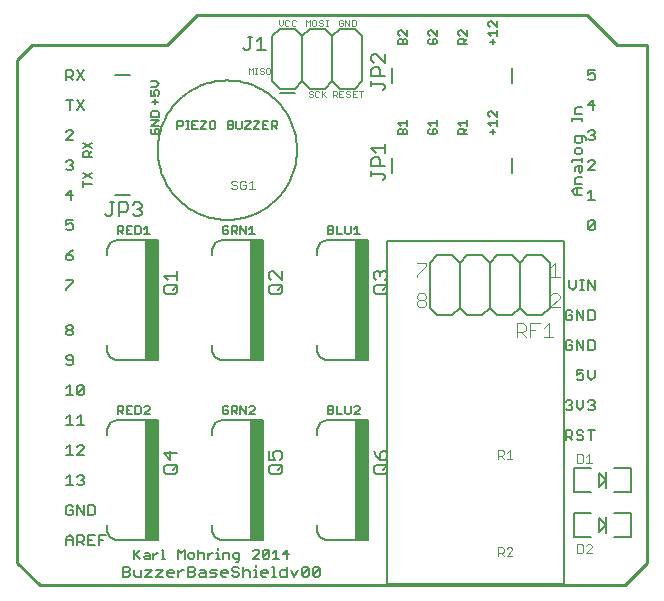
<source format=gto>
G75*
%MOIN*%
%OFA0B0*%
%FSLAX24Y24*%
%IPPOS*%
%LPD*%
%AMOC8*
5,1,8,0,0,1.08239X$1,22.5*
%
%ADD10C,0.0100*%
%ADD11C,0.0060*%
%ADD12C,0.0050*%
%ADD13C,0.0040*%
%ADD14C,0.0080*%
%ADD15R,0.0400X0.4000*%
%ADD16C,0.0030*%
D10*
X009083Y010752D02*
X028583Y010752D01*
X029333Y011502D01*
X029333Y028752D01*
X028333Y028752D01*
X027333Y029752D01*
X014333Y029752D01*
X013333Y028752D01*
X008833Y028752D01*
X008333Y028252D01*
X008333Y011502D01*
X009083Y010752D01*
D11*
X009963Y012082D02*
X009963Y012309D01*
X010077Y012423D01*
X010190Y012309D01*
X010190Y012082D01*
X010332Y012082D02*
X010332Y012423D01*
X010502Y012423D01*
X010559Y012366D01*
X010559Y012253D01*
X010502Y012196D01*
X010332Y012196D01*
X010445Y012196D02*
X010559Y012082D01*
X010700Y012082D02*
X010927Y012082D01*
X011068Y012082D02*
X011068Y012423D01*
X011295Y012423D01*
X011182Y012253D02*
X011068Y012253D01*
X010927Y012423D02*
X010700Y012423D01*
X010700Y012082D01*
X010700Y012253D02*
X010813Y012253D01*
X010870Y013082D02*
X010700Y013082D01*
X010700Y013423D01*
X010870Y013423D01*
X010927Y013366D01*
X010927Y013139D01*
X010870Y013082D01*
X010559Y013082D02*
X010559Y013423D01*
X010332Y013423D02*
X010559Y013082D01*
X010332Y013082D02*
X010332Y013423D01*
X010190Y013366D02*
X010133Y013423D01*
X010020Y013423D01*
X009963Y013366D01*
X009963Y013139D01*
X010020Y013082D01*
X010133Y013082D01*
X010190Y013139D01*
X010190Y013253D01*
X010077Y013253D01*
X010077Y014082D02*
X010077Y014423D01*
X009963Y014309D01*
X009963Y014082D02*
X010190Y014082D01*
X010332Y014139D02*
X010388Y014082D01*
X010502Y014082D01*
X010559Y014139D01*
X010559Y014196D01*
X010502Y014253D01*
X010445Y014253D01*
X010502Y014253D02*
X010559Y014309D01*
X010559Y014366D01*
X010502Y014423D01*
X010388Y014423D01*
X010332Y014366D01*
X010332Y015082D02*
X010559Y015309D01*
X010559Y015366D01*
X010502Y015423D01*
X010388Y015423D01*
X010332Y015366D01*
X010077Y015423D02*
X010077Y015082D01*
X010190Y015082D02*
X009963Y015082D01*
X009963Y015309D02*
X010077Y015423D01*
X010332Y015082D02*
X010559Y015082D01*
X010559Y016082D02*
X010332Y016082D01*
X010445Y016082D02*
X010445Y016423D01*
X010332Y016309D01*
X010190Y016082D02*
X009963Y016082D01*
X010077Y016082D02*
X010077Y016423D01*
X009963Y016309D01*
X009963Y017082D02*
X010190Y017082D01*
X010077Y017082D02*
X010077Y017423D01*
X009963Y017309D01*
X010332Y017366D02*
X010332Y017139D01*
X010559Y017366D01*
X010559Y017139D01*
X010502Y017082D01*
X010388Y017082D01*
X010332Y017139D01*
X010332Y017366D02*
X010388Y017423D01*
X010502Y017423D01*
X010559Y017366D01*
X010133Y018082D02*
X010190Y018139D01*
X010190Y018366D01*
X010133Y018423D01*
X010020Y018423D01*
X009963Y018366D01*
X009963Y018309D01*
X010020Y018253D01*
X010190Y018253D01*
X010133Y018082D02*
X010020Y018082D01*
X009963Y018139D01*
X010020Y019082D02*
X009963Y019139D01*
X009963Y019196D01*
X010020Y019253D01*
X010133Y019253D01*
X010190Y019196D01*
X010190Y019139D01*
X010133Y019082D01*
X010020Y019082D01*
X010020Y019253D02*
X009963Y019309D01*
X009963Y019366D01*
X010020Y019423D01*
X010133Y019423D01*
X010190Y019366D01*
X010190Y019309D01*
X010133Y019253D01*
X009963Y020582D02*
X009963Y020639D01*
X010190Y020866D01*
X010190Y020923D01*
X009963Y020923D01*
X010020Y021582D02*
X010133Y021582D01*
X010190Y021639D01*
X010190Y021696D01*
X010133Y021753D01*
X009963Y021753D01*
X009963Y021639D01*
X010020Y021582D01*
X009963Y021753D02*
X010077Y021866D01*
X010190Y021923D01*
X010133Y022582D02*
X010020Y022582D01*
X009963Y022639D01*
X009963Y022753D02*
X010077Y022809D01*
X010133Y022809D01*
X010190Y022753D01*
X010190Y022639D01*
X010133Y022582D01*
X009963Y022753D02*
X009963Y022923D01*
X010190Y022923D01*
X010133Y023582D02*
X010133Y023923D01*
X009963Y023753D01*
X010190Y023753D01*
X010133Y024582D02*
X010020Y024582D01*
X009963Y024639D01*
X010077Y024753D02*
X010133Y024753D01*
X010190Y024696D01*
X010190Y024639D01*
X010133Y024582D01*
X010133Y024753D02*
X010190Y024809D01*
X010190Y024866D01*
X010133Y024923D01*
X010020Y024923D01*
X009963Y024866D01*
X009963Y025582D02*
X010190Y025809D01*
X010190Y025866D01*
X010133Y025923D01*
X010020Y025923D01*
X009963Y025866D01*
X009963Y025582D02*
X010190Y025582D01*
X010077Y026582D02*
X010077Y026923D01*
X010190Y026923D02*
X009963Y026923D01*
X010332Y026923D02*
X010559Y026582D01*
X010332Y026582D02*
X010559Y026923D01*
X010559Y027582D02*
X010332Y027923D01*
X010190Y027866D02*
X010190Y027753D01*
X010133Y027696D01*
X009963Y027696D01*
X009963Y027582D02*
X009963Y027923D01*
X010133Y027923D01*
X010190Y027866D01*
X010077Y027696D02*
X010190Y027582D01*
X010332Y027582D02*
X010559Y027923D01*
X010190Y012253D02*
X009963Y012253D01*
X011863Y011373D02*
X011863Y011032D01*
X012033Y011032D01*
X012090Y011089D01*
X012090Y011146D01*
X012033Y011203D01*
X011863Y011203D01*
X011863Y011373D02*
X012033Y011373D01*
X012090Y011316D01*
X012090Y011259D01*
X012033Y011203D01*
X012232Y011259D02*
X012232Y011089D01*
X012288Y011032D01*
X012459Y011032D01*
X012459Y011259D01*
X012600Y011259D02*
X012827Y011259D01*
X012600Y011032D01*
X012827Y011032D01*
X012968Y011032D02*
X013195Y011032D01*
X013337Y011089D02*
X013337Y011203D01*
X013393Y011259D01*
X013507Y011259D01*
X013563Y011203D01*
X013563Y011146D01*
X013337Y011146D01*
X013337Y011089D02*
X013393Y011032D01*
X013507Y011032D01*
X013705Y011032D02*
X013705Y011259D01*
X013705Y011146D02*
X013818Y011259D01*
X013875Y011259D01*
X014012Y011203D02*
X014182Y011203D01*
X014239Y011146D01*
X014239Y011089D01*
X014182Y011032D01*
X014012Y011032D01*
X014012Y011373D01*
X014182Y011373D01*
X014239Y011316D01*
X014239Y011259D01*
X014182Y011203D01*
X014380Y011089D02*
X014437Y011146D01*
X014607Y011146D01*
X014607Y011203D02*
X014607Y011032D01*
X014437Y011032D01*
X014380Y011089D01*
X014437Y011259D02*
X014550Y011259D01*
X014607Y011203D01*
X014748Y011203D02*
X014805Y011259D01*
X014975Y011259D01*
X014919Y011146D02*
X014805Y011146D01*
X014748Y011203D01*
X014748Y011032D02*
X014919Y011032D01*
X014975Y011089D01*
X014919Y011146D01*
X015117Y011146D02*
X015344Y011146D01*
X015344Y011203D01*
X015287Y011259D01*
X015173Y011259D01*
X015117Y011203D01*
X015117Y011089D01*
X015173Y011032D01*
X015287Y011032D01*
X015485Y011089D02*
X015542Y011032D01*
X015655Y011032D01*
X015712Y011089D01*
X015712Y011146D01*
X015655Y011203D01*
X015542Y011203D01*
X015485Y011259D01*
X015485Y011316D01*
X015542Y011373D01*
X015655Y011373D01*
X015712Y011316D01*
X015853Y011373D02*
X015853Y011032D01*
X015853Y011203D02*
X015910Y011259D01*
X016024Y011259D01*
X016080Y011203D01*
X016080Y011032D01*
X016222Y011032D02*
X016335Y011032D01*
X016278Y011032D02*
X016278Y011259D01*
X016222Y011259D01*
X016278Y011373D02*
X016278Y011429D01*
X016467Y011203D02*
X016524Y011259D01*
X016637Y011259D01*
X016694Y011203D01*
X016694Y011146D01*
X016467Y011146D01*
X016467Y011089D02*
X016467Y011203D01*
X016467Y011089D02*
X016524Y011032D01*
X016637Y011032D01*
X016836Y011032D02*
X016949Y011032D01*
X016892Y011032D02*
X016892Y011373D01*
X016836Y011373D01*
X017081Y011203D02*
X017138Y011259D01*
X017308Y011259D01*
X017308Y011373D02*
X017308Y011032D01*
X017138Y011032D01*
X017081Y011089D01*
X017081Y011203D01*
X017449Y011259D02*
X017563Y011032D01*
X017676Y011259D01*
X017818Y011316D02*
X017874Y011373D01*
X017988Y011373D01*
X018045Y011316D01*
X017818Y011089D01*
X017874Y011032D01*
X017988Y011032D01*
X018045Y011089D01*
X018045Y011316D01*
X018186Y011316D02*
X018243Y011373D01*
X018356Y011373D01*
X018413Y011316D01*
X018186Y011089D01*
X018243Y011032D01*
X018356Y011032D01*
X018413Y011089D01*
X018413Y011316D01*
X018186Y011316D02*
X018186Y011089D01*
X017818Y011089D02*
X017818Y011316D01*
X013195Y011259D02*
X012968Y011032D01*
X012968Y011259D02*
X013195Y011259D01*
X026608Y015582D02*
X026608Y015923D01*
X026779Y015923D01*
X026835Y015866D01*
X026835Y015753D01*
X026779Y015696D01*
X026608Y015696D01*
X026722Y015696D02*
X026835Y015582D01*
X026977Y015639D02*
X027033Y015582D01*
X027147Y015582D01*
X027204Y015639D01*
X027204Y015696D01*
X027147Y015753D01*
X027033Y015753D01*
X026977Y015809D01*
X026977Y015866D01*
X027033Y015923D01*
X027147Y015923D01*
X027204Y015866D01*
X027345Y015923D02*
X027572Y015923D01*
X027458Y015923D02*
X027458Y015582D01*
X027402Y016582D02*
X027345Y016639D01*
X027402Y016582D02*
X027515Y016582D01*
X027572Y016639D01*
X027572Y016696D01*
X027515Y016753D01*
X027458Y016753D01*
X027515Y016753D02*
X027572Y016809D01*
X027572Y016866D01*
X027515Y016923D01*
X027402Y016923D01*
X027345Y016866D01*
X027204Y016923D02*
X027204Y016696D01*
X027090Y016582D01*
X026977Y016696D01*
X026977Y016923D01*
X026835Y016866D02*
X026835Y016809D01*
X026779Y016753D01*
X026835Y016696D01*
X026835Y016639D01*
X026779Y016582D01*
X026665Y016582D01*
X026608Y016639D01*
X026722Y016753D02*
X026779Y016753D01*
X026835Y016866D02*
X026779Y016923D01*
X026665Y016923D01*
X026608Y016866D01*
X027033Y017582D02*
X026977Y017639D01*
X027033Y017582D02*
X027147Y017582D01*
X027204Y017639D01*
X027204Y017753D01*
X027147Y017809D01*
X027090Y017809D01*
X026977Y017753D01*
X026977Y017923D01*
X027204Y017923D01*
X027345Y017923D02*
X027345Y017696D01*
X027458Y017582D01*
X027572Y017696D01*
X027572Y017923D01*
X027515Y018582D02*
X027345Y018582D01*
X027345Y018923D01*
X027515Y018923D01*
X027572Y018866D01*
X027572Y018639D01*
X027515Y018582D01*
X027204Y018582D02*
X027204Y018923D01*
X026977Y018923D02*
X027204Y018582D01*
X026977Y018582D02*
X026977Y018923D01*
X026835Y018866D02*
X026779Y018923D01*
X026665Y018923D01*
X026608Y018866D01*
X026608Y018639D01*
X026665Y018582D01*
X026779Y018582D01*
X026835Y018639D01*
X026835Y018753D01*
X026722Y018753D01*
X026779Y019582D02*
X026835Y019639D01*
X026835Y019753D01*
X026722Y019753D01*
X026835Y019866D02*
X026779Y019923D01*
X026665Y019923D01*
X026608Y019866D01*
X026608Y019639D01*
X026665Y019582D01*
X026779Y019582D01*
X026977Y019582D02*
X026977Y019923D01*
X027204Y019582D01*
X027204Y019923D01*
X027345Y019923D02*
X027515Y019923D01*
X027572Y019866D01*
X027572Y019639D01*
X027515Y019582D01*
X027345Y019582D01*
X027345Y019923D01*
X027350Y020582D02*
X027350Y020923D01*
X027577Y020582D01*
X027577Y020923D01*
X027218Y020923D02*
X027104Y020923D01*
X027161Y020923D02*
X027161Y020582D01*
X027104Y020582D02*
X027218Y020582D01*
X026963Y020696D02*
X026963Y020923D01*
X026736Y020923D02*
X026736Y020696D01*
X026850Y020582D01*
X026963Y020696D01*
X027407Y022582D02*
X027350Y022639D01*
X027577Y022866D01*
X027577Y022639D01*
X027520Y022582D01*
X027407Y022582D01*
X027350Y022639D02*
X027350Y022866D01*
X027407Y022923D01*
X027520Y022923D01*
X027577Y022866D01*
X027577Y023582D02*
X027350Y023582D01*
X027463Y023582D02*
X027463Y023923D01*
X027350Y023809D01*
X027158Y023763D02*
X026931Y023763D01*
X026818Y023877D01*
X026931Y023990D01*
X027158Y023990D01*
X027158Y024131D02*
X026931Y024131D01*
X026931Y024302D01*
X026988Y024358D01*
X027158Y024358D01*
X027102Y024500D02*
X027045Y024556D01*
X027045Y024727D01*
X026988Y024727D02*
X027158Y024727D01*
X027158Y024556D01*
X027102Y024500D01*
X026931Y024556D02*
X026931Y024670D01*
X026988Y024727D01*
X026818Y024868D02*
X026818Y024925D01*
X027158Y024925D01*
X027158Y024981D02*
X027158Y024868D01*
X027350Y024866D02*
X027407Y024923D01*
X027520Y024923D01*
X027577Y024866D01*
X027577Y024809D01*
X027350Y024582D01*
X027577Y024582D01*
X027102Y025114D02*
X027158Y025170D01*
X027158Y025284D01*
X027102Y025340D01*
X026988Y025340D01*
X026931Y025284D01*
X026931Y025170D01*
X026988Y025114D01*
X027102Y025114D01*
X027102Y025482D02*
X026988Y025482D01*
X026931Y025539D01*
X026931Y025709D01*
X027215Y025709D01*
X027272Y025652D01*
X027272Y025595D01*
X027350Y025639D02*
X027407Y025582D01*
X027520Y025582D01*
X027577Y025639D01*
X027577Y025696D01*
X027520Y025753D01*
X027463Y025753D01*
X027520Y025753D02*
X027577Y025809D01*
X027577Y025866D01*
X027520Y025923D01*
X027407Y025923D01*
X027350Y025866D01*
X027158Y025709D02*
X027158Y025539D01*
X027102Y025482D01*
X027158Y026219D02*
X027158Y026332D01*
X027158Y026275D02*
X026818Y026275D01*
X026818Y026219D02*
X026818Y026332D01*
X026931Y026464D02*
X026931Y026634D01*
X026988Y026691D01*
X027158Y026691D01*
X027350Y026753D02*
X027577Y026753D01*
X027520Y026923D02*
X027350Y026753D01*
X027520Y026923D02*
X027520Y026582D01*
X027158Y026464D02*
X026931Y026464D01*
X027407Y027582D02*
X027350Y027639D01*
X027407Y027582D02*
X027520Y027582D01*
X027577Y027639D01*
X027577Y027753D01*
X027520Y027809D01*
X027463Y027809D01*
X027350Y027753D01*
X027350Y027923D01*
X027577Y027923D01*
X026988Y023990D02*
X026988Y023763D01*
D12*
X026552Y022221D02*
X020646Y022221D01*
X020646Y010804D01*
X026552Y010804D01*
X026552Y022221D01*
X025833Y021752D02*
X026083Y021502D01*
X026083Y020002D01*
X025833Y019752D01*
X025333Y019752D01*
X025083Y020002D01*
X025083Y021502D01*
X024833Y021752D01*
X024333Y021752D01*
X024083Y021502D01*
X024083Y020002D01*
X023833Y019752D01*
X023333Y019752D01*
X023083Y020002D01*
X023083Y021502D01*
X023333Y021752D01*
X023833Y021752D01*
X024083Y021502D01*
X025083Y021502D02*
X025333Y021752D01*
X025833Y021752D01*
X025083Y020002D02*
X024833Y019752D01*
X024333Y019752D01*
X024083Y020002D01*
X023083Y020002D02*
X022833Y019752D01*
X022333Y019752D01*
X022083Y020002D01*
X022083Y021502D01*
X022333Y021752D01*
X022833Y021752D01*
X023083Y021502D01*
X020658Y021142D02*
X020658Y020992D01*
X020583Y020917D01*
X020583Y020757D02*
X020658Y020682D01*
X020658Y020532D01*
X020583Y020457D01*
X020283Y020457D01*
X020208Y020532D01*
X020208Y020682D01*
X020283Y020757D01*
X020583Y020757D01*
X020658Y020757D02*
X020508Y020607D01*
X020283Y020917D02*
X020208Y020992D01*
X020208Y021142D01*
X020283Y021217D01*
X020358Y021217D01*
X020433Y021142D01*
X020508Y021217D01*
X020583Y021217D01*
X020658Y021142D01*
X020433Y021142D02*
X020433Y021067D01*
X019744Y022457D02*
X019564Y022457D01*
X019654Y022457D02*
X019654Y022728D01*
X019564Y022638D01*
X019449Y022728D02*
X019449Y022502D01*
X019404Y022457D01*
X019314Y022457D01*
X019269Y022502D01*
X019269Y022728D01*
X019155Y022457D02*
X018974Y022457D01*
X018974Y022728D01*
X018860Y022683D02*
X018860Y022638D01*
X018815Y022592D01*
X018680Y022592D01*
X018680Y022457D02*
X018815Y022457D01*
X018860Y022502D01*
X018860Y022547D01*
X018815Y022592D01*
X018860Y022683D02*
X018815Y022728D01*
X018680Y022728D01*
X018680Y022457D01*
X017158Y021217D02*
X017158Y020917D01*
X016858Y021217D01*
X016783Y021217D01*
X016708Y021142D01*
X016708Y020992D01*
X016783Y020917D01*
X016783Y020757D02*
X016708Y020682D01*
X016708Y020532D01*
X016783Y020457D01*
X017083Y020457D01*
X017158Y020532D01*
X017158Y020682D01*
X017083Y020757D01*
X016783Y020757D01*
X017008Y020607D02*
X017158Y020757D01*
X016244Y022457D02*
X016064Y022457D01*
X016154Y022457D02*
X016154Y022728D01*
X016064Y022638D01*
X015949Y022728D02*
X015949Y022457D01*
X015769Y022728D01*
X015769Y022457D01*
X015655Y022457D02*
X015564Y022547D01*
X015609Y022547D02*
X015474Y022547D01*
X015474Y022457D02*
X015474Y022728D01*
X015609Y022728D01*
X015655Y022683D01*
X015655Y022592D01*
X015609Y022547D01*
X015360Y022502D02*
X015360Y022592D01*
X015270Y022592D01*
X015360Y022502D02*
X015315Y022457D01*
X015225Y022457D01*
X015180Y022502D01*
X015180Y022683D01*
X015225Y022728D01*
X015315Y022728D01*
X015360Y022683D01*
X013658Y021217D02*
X013658Y020917D01*
X013658Y021067D02*
X013208Y021067D01*
X013358Y020917D01*
X013283Y020757D02*
X013583Y020757D01*
X013658Y020682D01*
X013658Y020532D01*
X013583Y020457D01*
X013283Y020457D01*
X013208Y020532D01*
X013208Y020682D01*
X013283Y020757D01*
X013508Y020607D02*
X013658Y020757D01*
X012744Y022457D02*
X012564Y022457D01*
X012654Y022457D02*
X012654Y022728D01*
X012564Y022638D01*
X012449Y022683D02*
X012404Y022728D01*
X012269Y022728D01*
X012269Y022457D01*
X012404Y022457D01*
X012449Y022502D01*
X012449Y022683D01*
X012155Y022728D02*
X011974Y022728D01*
X011974Y022457D01*
X012155Y022457D01*
X012064Y022592D02*
X011974Y022592D01*
X011860Y022592D02*
X011815Y022547D01*
X011680Y022547D01*
X011680Y022457D02*
X011680Y022728D01*
X011815Y022728D01*
X011860Y022683D01*
X011860Y022592D01*
X011770Y022547D02*
X011860Y022457D01*
X011718Y023057D02*
X011718Y023508D01*
X011943Y023508D01*
X012018Y023433D01*
X012018Y023283D01*
X011943Y023207D01*
X011718Y023207D01*
X011482Y023132D02*
X011407Y023057D01*
X011332Y023057D01*
X011257Y023132D01*
X011482Y023132D02*
X011482Y023508D01*
X011407Y023508D02*
X011557Y023508D01*
X012178Y023433D02*
X012253Y023508D01*
X012403Y023508D01*
X012478Y023433D01*
X012478Y023358D01*
X012403Y023283D01*
X012478Y023207D01*
X012478Y023132D01*
X012403Y023057D01*
X012253Y023057D01*
X012178Y023132D01*
X012328Y023283D02*
X012403Y023283D01*
X010808Y024117D02*
X010538Y024117D01*
X010538Y024027D02*
X010538Y024208D01*
X010538Y024322D02*
X010808Y024502D01*
X010808Y024322D02*
X010538Y024502D01*
X010538Y025027D02*
X010538Y025162D01*
X010583Y025208D01*
X010673Y025208D01*
X010718Y025162D01*
X010718Y025027D01*
X010808Y025027D02*
X010538Y025027D01*
X010718Y025117D02*
X010808Y025208D01*
X010808Y025322D02*
X010538Y025502D01*
X010538Y025322D02*
X010808Y025502D01*
X012788Y025822D02*
X012833Y025777D01*
X013013Y025777D01*
X013058Y025822D01*
X013058Y025912D01*
X013013Y025958D01*
X012923Y025958D01*
X012923Y025867D01*
X012833Y025958D02*
X012788Y025912D01*
X012788Y025822D01*
X012788Y026072D02*
X013058Y026252D01*
X012788Y026252D01*
X012788Y026367D02*
X012788Y026502D01*
X012833Y026547D01*
X013013Y026547D01*
X013058Y026502D01*
X013058Y026367D01*
X012788Y026367D01*
X012788Y026072D02*
X013058Y026072D01*
X013671Y026047D02*
X013806Y026047D01*
X013851Y026092D01*
X013851Y026183D01*
X013806Y026228D01*
X013671Y026228D01*
X013671Y025957D01*
X013965Y025957D02*
X014055Y025957D01*
X014010Y025957D02*
X014010Y026228D01*
X013965Y026228D02*
X014055Y026228D01*
X014162Y026228D02*
X014162Y025957D01*
X014342Y025957D01*
X014456Y025957D02*
X014637Y025957D01*
X014751Y026002D02*
X014796Y025957D01*
X014886Y025957D01*
X014931Y026002D01*
X014931Y026183D01*
X014886Y026228D01*
X014796Y026228D01*
X014751Y026183D01*
X014751Y026002D01*
X014637Y026183D02*
X014456Y026002D01*
X014456Y025957D01*
X014252Y026092D02*
X014162Y026092D01*
X014162Y026228D02*
X014342Y026228D01*
X014456Y026228D02*
X014637Y026228D01*
X014637Y026183D01*
X015340Y026228D02*
X015476Y026228D01*
X015521Y026183D01*
X015521Y026138D01*
X015476Y026092D01*
X015340Y026092D01*
X015340Y025957D02*
X015476Y025957D01*
X015521Y026002D01*
X015521Y026047D01*
X015476Y026092D01*
X015635Y026002D02*
X015680Y025957D01*
X015770Y025957D01*
X015815Y026002D01*
X015815Y026228D01*
X015930Y026228D02*
X016110Y026228D01*
X016110Y026183D01*
X015930Y026002D01*
X015930Y025957D01*
X016110Y025957D01*
X016224Y025957D02*
X016405Y025957D01*
X016519Y025957D02*
X016699Y025957D01*
X016814Y025957D02*
X016814Y026228D01*
X016949Y026228D01*
X016994Y026183D01*
X016994Y026092D01*
X016949Y026047D01*
X016814Y026047D01*
X016904Y026047D02*
X016994Y025957D01*
X016699Y026228D02*
X016519Y026228D01*
X016519Y025957D01*
X016519Y026092D02*
X016609Y026092D01*
X016405Y026183D02*
X016224Y026002D01*
X016224Y025957D01*
X016224Y026228D02*
X016405Y026228D01*
X016405Y026183D01*
X015635Y026228D02*
X015635Y026002D01*
X015340Y025957D02*
X015340Y026228D01*
X013013Y026867D02*
X012833Y026867D01*
X012923Y026777D02*
X012923Y026958D01*
X012923Y027072D02*
X012878Y027162D01*
X012878Y027207D01*
X012923Y027252D01*
X013013Y027252D01*
X013058Y027207D01*
X013058Y027117D01*
X013013Y027072D01*
X012923Y027072D02*
X012788Y027072D01*
X012788Y027252D01*
X012788Y027367D02*
X012968Y027367D01*
X013058Y027457D01*
X012968Y027547D01*
X012788Y027547D01*
X015858Y028652D02*
X015933Y028577D01*
X016008Y028577D01*
X016084Y028652D01*
X016084Y029028D01*
X016159Y029028D02*
X016008Y029028D01*
X016319Y028878D02*
X016469Y029028D01*
X016469Y028577D01*
X016319Y028577D02*
X016619Y028577D01*
X020138Y028393D02*
X020138Y028243D01*
X020213Y028168D01*
X020213Y028008D02*
X020138Y027933D01*
X020138Y027708D01*
X020588Y027708D01*
X020438Y027708D02*
X020438Y027933D01*
X020363Y028008D01*
X020213Y028008D01*
X020138Y028393D02*
X020213Y028468D01*
X020288Y028468D01*
X020588Y028168D01*
X020588Y028468D01*
X021038Y028777D02*
X021038Y028912D01*
X021083Y028958D01*
X021128Y028958D01*
X021173Y028912D01*
X021173Y028777D01*
X021308Y028777D02*
X021038Y028777D01*
X021173Y028912D02*
X021218Y028958D01*
X021263Y028958D01*
X021308Y028912D01*
X021308Y028777D01*
X021308Y029072D02*
X021128Y029252D01*
X021083Y029252D01*
X021038Y029207D01*
X021038Y029117D01*
X021083Y029072D01*
X021308Y029072D02*
X021308Y029252D01*
X022038Y029207D02*
X022038Y029117D01*
X022083Y029072D01*
X022083Y028958D02*
X022038Y028912D01*
X022038Y028822D01*
X022083Y028777D01*
X022263Y028777D01*
X022308Y028822D01*
X022308Y028912D01*
X022263Y028958D01*
X022173Y028958D01*
X022173Y028867D01*
X022308Y029072D02*
X022128Y029252D01*
X022083Y029252D01*
X022038Y029207D01*
X022308Y029252D02*
X022308Y029072D01*
X023038Y029117D02*
X023083Y029072D01*
X023038Y029117D02*
X023038Y029207D01*
X023083Y029252D01*
X023128Y029252D01*
X023308Y029072D01*
X023308Y029252D01*
X023308Y028958D02*
X023218Y028867D01*
X023218Y028912D02*
X023218Y028777D01*
X023308Y028777D02*
X023038Y028777D01*
X023038Y028912D01*
X023083Y028958D01*
X023173Y028958D01*
X023218Y028912D01*
X024038Y029162D02*
X024308Y029162D01*
X024308Y029072D02*
X024308Y029252D01*
X024308Y029367D02*
X024128Y029547D01*
X024083Y029547D01*
X024038Y029502D01*
X024038Y029412D01*
X024083Y029367D01*
X024038Y029162D02*
X024128Y029072D01*
X024173Y028958D02*
X024173Y028777D01*
X024083Y028867D02*
X024263Y028867D01*
X024308Y029367D02*
X024308Y029547D01*
X024308Y026547D02*
X024308Y026367D01*
X024128Y026547D01*
X024083Y026547D01*
X024038Y026502D01*
X024038Y026412D01*
X024083Y026367D01*
X024038Y026162D02*
X024308Y026162D01*
X024308Y026072D02*
X024308Y026252D01*
X024128Y026072D02*
X024038Y026162D01*
X024173Y025958D02*
X024173Y025777D01*
X024083Y025867D02*
X024263Y025867D01*
X023308Y025777D02*
X023038Y025777D01*
X023038Y025912D01*
X023083Y025958D01*
X023173Y025958D01*
X023218Y025912D01*
X023218Y025777D01*
X023218Y025867D02*
X023308Y025958D01*
X023308Y026072D02*
X023308Y026252D01*
X023308Y026162D02*
X023038Y026162D01*
X023128Y026072D01*
X022308Y026072D02*
X022308Y026252D01*
X022308Y026162D02*
X022038Y026162D01*
X022128Y026072D01*
X022083Y025958D02*
X022038Y025912D01*
X022038Y025822D01*
X022083Y025777D01*
X022263Y025777D01*
X022308Y025822D01*
X022308Y025912D01*
X022263Y025958D01*
X022173Y025958D01*
X022173Y025867D01*
X021308Y025912D02*
X021308Y025777D01*
X021038Y025777D01*
X021038Y025912D01*
X021083Y025958D01*
X021128Y025958D01*
X021173Y025912D01*
X021173Y025777D01*
X021173Y025912D02*
X021218Y025958D01*
X021263Y025958D01*
X021308Y025912D01*
X021308Y026072D02*
X021308Y026252D01*
X021308Y026162D02*
X021038Y026162D01*
X021128Y026072D01*
X020588Y025468D02*
X020588Y025168D01*
X020588Y025318D02*
X020138Y025318D01*
X020288Y025168D01*
X020213Y025008D02*
X020363Y025008D01*
X020438Y024933D01*
X020438Y024708D01*
X020588Y024708D02*
X020138Y024708D01*
X020138Y024933D01*
X020213Y025008D01*
X020138Y024548D02*
X020138Y024397D01*
X020138Y024473D02*
X020513Y024473D01*
X020588Y024397D01*
X020588Y024322D01*
X020513Y024247D01*
X020513Y027247D02*
X020588Y027322D01*
X020588Y027397D01*
X020513Y027473D01*
X020138Y027473D01*
X020138Y027548D02*
X020138Y027397D01*
X019699Y016728D02*
X019609Y016728D01*
X019564Y016683D01*
X019449Y016728D02*
X019449Y016502D01*
X019404Y016457D01*
X019314Y016457D01*
X019269Y016502D01*
X019269Y016728D01*
X019155Y016457D02*
X018974Y016457D01*
X018974Y016728D01*
X018860Y016683D02*
X018860Y016638D01*
X018815Y016592D01*
X018680Y016592D01*
X018680Y016457D02*
X018815Y016457D01*
X018860Y016502D01*
X018860Y016547D01*
X018815Y016592D01*
X018860Y016683D02*
X018815Y016728D01*
X018680Y016728D01*
X018680Y016457D01*
X019564Y016457D02*
X019744Y016638D01*
X019744Y016683D01*
X019699Y016728D01*
X019744Y016457D02*
X019564Y016457D01*
X020208Y015217D02*
X020283Y015067D01*
X020433Y014917D01*
X020433Y015142D01*
X020508Y015217D01*
X020583Y015217D01*
X020658Y015142D01*
X020658Y014992D01*
X020583Y014917D01*
X020433Y014917D01*
X020283Y014757D02*
X020583Y014757D01*
X020658Y014682D01*
X020658Y014532D01*
X020583Y014457D01*
X020283Y014457D01*
X020208Y014532D01*
X020208Y014682D01*
X020283Y014757D01*
X020508Y014607D02*
X020658Y014757D01*
X017336Y011938D02*
X017336Y011627D01*
X017387Y011782D02*
X017181Y011782D01*
X017336Y011938D01*
X016953Y011938D02*
X016953Y011627D01*
X017056Y011627D02*
X016849Y011627D01*
X016724Y011679D02*
X016724Y011886D01*
X016518Y011679D01*
X016569Y011627D01*
X016673Y011627D01*
X016724Y011679D01*
X016849Y011834D02*
X016953Y011938D01*
X016724Y011886D02*
X016673Y011938D01*
X016569Y011938D01*
X016518Y011886D01*
X016518Y011679D01*
X016393Y011627D02*
X016186Y011627D01*
X016393Y011834D01*
X016393Y011886D01*
X016341Y011938D01*
X016238Y011938D01*
X016186Y011886D01*
X015730Y011834D02*
X015730Y011576D01*
X015678Y011524D01*
X015627Y011524D01*
X015575Y011627D02*
X015730Y011627D01*
X015575Y011627D02*
X015523Y011679D01*
X015523Y011782D01*
X015575Y011834D01*
X015730Y011834D01*
X015399Y011782D02*
X015399Y011627D01*
X015399Y011782D02*
X015347Y011834D01*
X015192Y011834D01*
X015192Y011627D01*
X015074Y011627D02*
X014971Y011627D01*
X015022Y011627D02*
X015022Y011834D01*
X014971Y011834D01*
X015022Y011938D02*
X015022Y011989D01*
X014850Y011834D02*
X014798Y011834D01*
X014694Y011731D01*
X014694Y011834D02*
X014694Y011627D01*
X014570Y011627D02*
X014570Y011782D01*
X014518Y011834D01*
X014415Y011834D01*
X014363Y011782D01*
X014238Y011782D02*
X014187Y011834D01*
X014083Y011834D01*
X014031Y011782D01*
X014031Y011679D01*
X014083Y011627D01*
X014187Y011627D01*
X014238Y011679D01*
X014238Y011782D01*
X014363Y011938D02*
X014363Y011627D01*
X013907Y011627D02*
X013907Y011938D01*
X013803Y011834D01*
X013700Y011938D01*
X013700Y011627D01*
X013251Y011627D02*
X013148Y011627D01*
X013199Y011627D02*
X013199Y011938D01*
X013148Y011938D01*
X013026Y011834D02*
X012975Y011834D01*
X012871Y011731D01*
X012871Y011834D02*
X012871Y011627D01*
X012747Y011627D02*
X012592Y011627D01*
X012540Y011679D01*
X012592Y011731D01*
X012747Y011731D01*
X012747Y011782D02*
X012747Y011627D01*
X012747Y011782D02*
X012695Y011834D01*
X012592Y011834D01*
X012415Y011938D02*
X012208Y011731D01*
X012260Y011782D02*
X012415Y011627D01*
X012208Y011627D02*
X012208Y011938D01*
X013283Y014457D02*
X013208Y014532D01*
X013208Y014682D01*
X013283Y014757D01*
X013583Y014757D01*
X013658Y014682D01*
X013658Y014532D01*
X013583Y014457D01*
X013283Y014457D01*
X013508Y014607D02*
X013658Y014757D01*
X013433Y014917D02*
X013433Y015217D01*
X013658Y015142D02*
X013208Y015142D01*
X013433Y014917D01*
X012744Y016457D02*
X012564Y016457D01*
X012744Y016638D01*
X012744Y016683D01*
X012699Y016728D01*
X012609Y016728D01*
X012564Y016683D01*
X012449Y016683D02*
X012404Y016728D01*
X012269Y016728D01*
X012269Y016457D01*
X012404Y016457D01*
X012449Y016502D01*
X012449Y016683D01*
X012155Y016728D02*
X011974Y016728D01*
X011974Y016457D01*
X012155Y016457D01*
X012064Y016592D02*
X011974Y016592D01*
X011860Y016592D02*
X011815Y016547D01*
X011680Y016547D01*
X011680Y016457D02*
X011680Y016728D01*
X011815Y016728D01*
X011860Y016683D01*
X011860Y016592D01*
X011770Y016547D02*
X011860Y016457D01*
X015180Y016502D02*
X015225Y016457D01*
X015315Y016457D01*
X015360Y016502D01*
X015360Y016592D01*
X015270Y016592D01*
X015180Y016683D02*
X015180Y016502D01*
X015180Y016683D02*
X015225Y016728D01*
X015315Y016728D01*
X015360Y016683D01*
X015474Y016728D02*
X015609Y016728D01*
X015655Y016683D01*
X015655Y016592D01*
X015609Y016547D01*
X015474Y016547D01*
X015474Y016457D02*
X015474Y016728D01*
X015564Y016547D02*
X015655Y016457D01*
X015769Y016457D02*
X015769Y016728D01*
X015949Y016457D01*
X015949Y016728D01*
X016064Y016683D02*
X016109Y016728D01*
X016199Y016728D01*
X016244Y016683D01*
X016244Y016638D01*
X016064Y016457D01*
X016244Y016457D01*
X016708Y015217D02*
X016708Y014917D01*
X016933Y014917D01*
X016858Y015067D01*
X016858Y015142D01*
X016933Y015217D01*
X017083Y015217D01*
X017158Y015142D01*
X017158Y014992D01*
X017083Y014917D01*
X017083Y014757D02*
X017158Y014682D01*
X017158Y014532D01*
X017083Y014457D01*
X016783Y014457D01*
X016708Y014532D01*
X016708Y014682D01*
X016783Y014757D01*
X017083Y014757D01*
X017158Y014757D02*
X017008Y014607D01*
D13*
X021720Y020022D02*
X021643Y020099D01*
X021643Y020176D01*
X021720Y020253D01*
X021873Y020253D01*
X021950Y020176D01*
X021950Y020099D01*
X021873Y020022D01*
X021720Y020022D01*
X021720Y020253D02*
X021643Y020329D01*
X021643Y020406D01*
X021720Y020483D01*
X021873Y020483D01*
X021950Y020406D01*
X021950Y020329D01*
X021873Y020253D01*
X021643Y021022D02*
X021643Y021099D01*
X021950Y021406D01*
X021950Y021483D01*
X021643Y021483D01*
X024972Y019483D02*
X024972Y019022D01*
X024972Y019176D02*
X025202Y019176D01*
X025279Y019253D01*
X025279Y019406D01*
X025202Y019483D01*
X024972Y019483D01*
X025126Y019176D02*
X025279Y019022D01*
X025433Y019022D02*
X025433Y019483D01*
X025739Y019483D01*
X025893Y019329D02*
X026046Y019483D01*
X026046Y019022D01*
X025893Y019022D02*
X026200Y019022D01*
X025586Y019253D02*
X025433Y019253D01*
X026103Y020022D02*
X026410Y020329D01*
X026410Y020406D01*
X026334Y020483D01*
X026180Y020483D01*
X026103Y020406D01*
X026103Y020022D02*
X026410Y020022D01*
X026410Y021022D02*
X026103Y021022D01*
X026257Y021022D02*
X026257Y021483D01*
X026103Y021329D01*
X019799Y027032D02*
X019799Y027233D01*
X019732Y027233D02*
X019866Y027233D01*
X019645Y027233D02*
X019511Y027233D01*
X019511Y027032D01*
X019645Y027032D01*
X019578Y027132D02*
X019511Y027132D01*
X019424Y027099D02*
X019424Y027066D01*
X019390Y027032D01*
X019324Y027032D01*
X019290Y027066D01*
X019324Y027132D02*
X019390Y027132D01*
X019424Y027099D01*
X019424Y027199D02*
X019390Y027233D01*
X019324Y027233D01*
X019290Y027199D01*
X019290Y027166D01*
X019324Y027132D01*
X019203Y027032D02*
X019069Y027032D01*
X019069Y027233D01*
X019203Y027233D01*
X019136Y027132D02*
X019069Y027132D01*
X018982Y027132D02*
X018948Y027099D01*
X018848Y027099D01*
X018848Y027032D02*
X018848Y027233D01*
X018948Y027233D01*
X018982Y027199D01*
X018982Y027132D01*
X018915Y027099D02*
X018982Y027032D01*
X018616Y027032D02*
X018516Y027132D01*
X018482Y027099D02*
X018616Y027233D01*
X018482Y027233D02*
X018482Y027032D01*
X018395Y027066D02*
X018361Y027032D01*
X018295Y027032D01*
X018261Y027066D01*
X018261Y027199D01*
X018295Y027233D01*
X018361Y027233D01*
X018395Y027199D01*
X018174Y027199D02*
X018140Y027233D01*
X018074Y027233D01*
X018040Y027199D01*
X018040Y027166D01*
X018074Y027132D01*
X018140Y027132D01*
X018174Y027099D01*
X018174Y027066D01*
X018140Y027032D01*
X018074Y027032D01*
X018040Y027066D01*
X016766Y027816D02*
X016766Y027949D01*
X016732Y027983D01*
X016666Y027983D01*
X016632Y027949D01*
X016632Y027816D01*
X016666Y027782D01*
X016732Y027782D01*
X016766Y027816D01*
X016545Y027816D02*
X016511Y027782D01*
X016445Y027782D01*
X016411Y027816D01*
X016445Y027882D02*
X016511Y027882D01*
X016545Y027849D01*
X016545Y027816D01*
X016445Y027882D02*
X016411Y027916D01*
X016411Y027949D01*
X016445Y027983D01*
X016511Y027983D01*
X016545Y027949D01*
X016331Y027983D02*
X016264Y027983D01*
X016297Y027983D02*
X016297Y027782D01*
X016264Y027782D02*
X016331Y027782D01*
X016176Y027782D02*
X016176Y027983D01*
X016110Y027916D01*
X016043Y027983D01*
X016043Y027782D01*
X017107Y029382D02*
X017174Y029449D01*
X017174Y029583D01*
X017261Y029549D02*
X017261Y029416D01*
X017295Y029382D01*
X017361Y029382D01*
X017395Y029416D01*
X017482Y029416D02*
X017516Y029382D01*
X017582Y029382D01*
X017616Y029416D01*
X017616Y029549D02*
X017582Y029583D01*
X017516Y029583D01*
X017482Y029549D01*
X017482Y029416D01*
X017395Y029549D02*
X017361Y029583D01*
X017295Y029583D01*
X017261Y029549D01*
X017040Y029583D02*
X017040Y029449D01*
X017107Y029382D01*
X017943Y029382D02*
X017943Y029583D01*
X018010Y029516D01*
X018076Y029583D01*
X018076Y029382D01*
X018164Y029416D02*
X018197Y029382D01*
X018264Y029382D01*
X018297Y029416D01*
X018297Y029549D01*
X018264Y029583D01*
X018197Y029583D01*
X018164Y029549D01*
X018164Y029416D01*
X018385Y029416D02*
X018418Y029382D01*
X018485Y029382D01*
X018518Y029416D01*
X018518Y029449D01*
X018485Y029482D01*
X018418Y029482D01*
X018385Y029516D01*
X018385Y029549D01*
X018418Y029583D01*
X018485Y029583D01*
X018518Y029549D01*
X018606Y029583D02*
X018673Y029583D01*
X018639Y029583D02*
X018639Y029382D01*
X018606Y029382D02*
X018673Y029382D01*
X019040Y029416D02*
X019040Y029549D01*
X019074Y029583D01*
X019140Y029583D01*
X019174Y029549D01*
X019174Y029482D02*
X019107Y029482D01*
X019174Y029482D02*
X019174Y029416D01*
X019140Y029382D01*
X019074Y029382D01*
X019040Y029416D01*
X019261Y029382D02*
X019261Y029583D01*
X019395Y029382D01*
X019395Y029583D01*
X019482Y029583D02*
X019582Y029583D01*
X019616Y029549D01*
X019616Y029416D01*
X019582Y029382D01*
X019482Y029382D01*
X019482Y029583D01*
D14*
X019583Y029302D02*
X019083Y029302D01*
X018833Y029052D01*
X018833Y027552D01*
X019083Y027302D01*
X019583Y027302D01*
X019833Y027552D01*
X019833Y029052D01*
X019583Y029302D01*
X018833Y029052D02*
X018583Y029302D01*
X018083Y029302D01*
X017833Y029052D01*
X017833Y027552D01*
X018083Y027302D01*
X018583Y027302D01*
X018833Y027552D01*
X017833Y027552D02*
X017583Y027302D01*
X017083Y027302D01*
X016833Y027552D01*
X016833Y029052D01*
X017083Y029302D01*
X017583Y029302D01*
X017833Y029052D01*
X017583Y027170D02*
X017083Y027170D01*
X013010Y025252D02*
X013012Y025348D01*
X013018Y025444D01*
X013028Y025539D01*
X013042Y025634D01*
X013059Y025729D01*
X013081Y025822D01*
X013107Y025915D01*
X013136Y026006D01*
X013169Y026096D01*
X013206Y026185D01*
X013246Y026272D01*
X013290Y026358D01*
X013337Y026441D01*
X013388Y026523D01*
X013442Y026602D01*
X013500Y026679D01*
X013560Y026753D01*
X013624Y026825D01*
X013690Y026895D01*
X013760Y026961D01*
X013832Y027025D01*
X013906Y027085D01*
X013983Y027143D01*
X014062Y027197D01*
X014144Y027248D01*
X014227Y027295D01*
X014313Y027339D01*
X014400Y027379D01*
X014489Y027416D01*
X014579Y027449D01*
X014670Y027478D01*
X014763Y027504D01*
X014856Y027526D01*
X014951Y027543D01*
X015046Y027557D01*
X015141Y027567D01*
X015237Y027573D01*
X015333Y027575D01*
X015429Y027573D01*
X015525Y027567D01*
X015620Y027557D01*
X015715Y027543D01*
X015810Y027526D01*
X015903Y027504D01*
X015996Y027478D01*
X016087Y027449D01*
X016177Y027416D01*
X016266Y027379D01*
X016353Y027339D01*
X016439Y027295D01*
X016522Y027248D01*
X016604Y027197D01*
X016683Y027143D01*
X016760Y027085D01*
X016834Y027025D01*
X016906Y026961D01*
X016976Y026895D01*
X017042Y026825D01*
X017106Y026753D01*
X017166Y026679D01*
X017224Y026602D01*
X017278Y026523D01*
X017329Y026441D01*
X017376Y026358D01*
X017420Y026272D01*
X017460Y026185D01*
X017497Y026096D01*
X017530Y026006D01*
X017559Y025915D01*
X017585Y025822D01*
X017607Y025729D01*
X017624Y025634D01*
X017638Y025539D01*
X017648Y025444D01*
X017654Y025348D01*
X017656Y025252D01*
X017654Y025156D01*
X017648Y025060D01*
X017638Y024965D01*
X017624Y024870D01*
X017607Y024775D01*
X017585Y024682D01*
X017559Y024589D01*
X017530Y024498D01*
X017497Y024408D01*
X017460Y024319D01*
X017420Y024232D01*
X017376Y024146D01*
X017329Y024063D01*
X017278Y023981D01*
X017224Y023902D01*
X017166Y023825D01*
X017106Y023751D01*
X017042Y023679D01*
X016976Y023609D01*
X016906Y023543D01*
X016834Y023479D01*
X016760Y023419D01*
X016683Y023361D01*
X016604Y023307D01*
X016522Y023256D01*
X016439Y023209D01*
X016353Y023165D01*
X016266Y023125D01*
X016177Y023088D01*
X016087Y023055D01*
X015996Y023026D01*
X015903Y023000D01*
X015810Y022978D01*
X015715Y022961D01*
X015620Y022947D01*
X015525Y022937D01*
X015429Y022931D01*
X015333Y022929D01*
X015237Y022931D01*
X015141Y022937D01*
X015046Y022947D01*
X014951Y022961D01*
X014856Y022978D01*
X014763Y023000D01*
X014670Y023026D01*
X014579Y023055D01*
X014489Y023088D01*
X014400Y023125D01*
X014313Y023165D01*
X014227Y023209D01*
X014144Y023256D01*
X014062Y023307D01*
X013983Y023361D01*
X013906Y023419D01*
X013832Y023479D01*
X013760Y023543D01*
X013690Y023609D01*
X013624Y023679D01*
X013560Y023751D01*
X013500Y023825D01*
X013442Y023902D01*
X013388Y023981D01*
X013337Y024063D01*
X013290Y024146D01*
X013246Y024232D01*
X013206Y024319D01*
X013169Y024408D01*
X013136Y024498D01*
X013107Y024589D01*
X013081Y024682D01*
X013059Y024775D01*
X013042Y024870D01*
X013028Y024965D01*
X013018Y025060D01*
X013012Y025156D01*
X013010Y025252D01*
X012083Y023752D02*
X011583Y023752D01*
X011683Y022252D02*
X012633Y022252D01*
X013033Y022252D01*
X013033Y018252D01*
X012633Y018252D01*
X012633Y022252D01*
X011683Y022253D02*
X011649Y022252D01*
X011614Y022248D01*
X011581Y022240D01*
X011548Y022229D01*
X011517Y022214D01*
X011487Y022197D01*
X011459Y022176D01*
X011433Y022153D01*
X011410Y022127D01*
X011389Y022099D01*
X011372Y022069D01*
X011357Y022038D01*
X011346Y022005D01*
X011338Y021972D01*
X011334Y021937D01*
X011333Y021903D01*
X011333Y021902D02*
X011333Y021752D01*
X011333Y018752D02*
X011333Y018602D01*
X011334Y018568D01*
X011338Y018533D01*
X011346Y018500D01*
X011357Y018467D01*
X011372Y018436D01*
X011389Y018406D01*
X011410Y018378D01*
X011433Y018352D01*
X011459Y018329D01*
X011487Y018308D01*
X011517Y018291D01*
X011548Y018276D01*
X011581Y018265D01*
X011614Y018257D01*
X011649Y018253D01*
X011683Y018252D01*
X012633Y018252D01*
X012633Y016252D02*
X011683Y016252D01*
X011683Y016253D02*
X011649Y016252D01*
X011614Y016248D01*
X011581Y016240D01*
X011548Y016229D01*
X011517Y016214D01*
X011487Y016197D01*
X011459Y016176D01*
X011433Y016153D01*
X011410Y016127D01*
X011389Y016099D01*
X011372Y016069D01*
X011357Y016038D01*
X011346Y016005D01*
X011338Y015972D01*
X011334Y015937D01*
X011333Y015903D01*
X011333Y015902D02*
X011333Y015752D01*
X012633Y016252D02*
X013033Y016252D01*
X013033Y012252D01*
X012633Y012252D01*
X012633Y016252D01*
X014833Y015902D02*
X014833Y015752D01*
X014833Y015903D02*
X014834Y015937D01*
X014838Y015972D01*
X014846Y016005D01*
X014857Y016038D01*
X014872Y016069D01*
X014889Y016099D01*
X014910Y016127D01*
X014933Y016153D01*
X014959Y016176D01*
X014987Y016197D01*
X015017Y016214D01*
X015048Y016229D01*
X015081Y016240D01*
X015114Y016248D01*
X015149Y016252D01*
X015183Y016253D01*
X015183Y016252D02*
X016133Y016252D01*
X016533Y016252D01*
X016533Y012252D01*
X016133Y012252D01*
X016133Y016252D01*
X016133Y018252D02*
X015183Y018252D01*
X015149Y018253D01*
X015114Y018257D01*
X015081Y018265D01*
X015048Y018276D01*
X015017Y018291D01*
X014987Y018308D01*
X014959Y018329D01*
X014933Y018352D01*
X014910Y018378D01*
X014889Y018406D01*
X014872Y018436D01*
X014857Y018467D01*
X014846Y018500D01*
X014838Y018533D01*
X014834Y018568D01*
X014833Y018602D01*
X014833Y018752D01*
X016133Y018252D02*
X016533Y018252D01*
X016533Y022252D01*
X016133Y022252D01*
X016133Y018252D01*
X018333Y018602D02*
X018333Y018752D01*
X018333Y018602D02*
X018334Y018568D01*
X018338Y018533D01*
X018346Y018500D01*
X018357Y018467D01*
X018372Y018436D01*
X018389Y018406D01*
X018410Y018378D01*
X018433Y018352D01*
X018459Y018329D01*
X018487Y018308D01*
X018517Y018291D01*
X018548Y018276D01*
X018581Y018265D01*
X018614Y018257D01*
X018649Y018253D01*
X018683Y018252D01*
X019633Y018252D01*
X020033Y018252D01*
X020033Y022252D01*
X019633Y022252D01*
X019633Y018252D01*
X019633Y016252D02*
X018683Y016252D01*
X018683Y016253D02*
X018649Y016252D01*
X018614Y016248D01*
X018581Y016240D01*
X018548Y016229D01*
X018517Y016214D01*
X018487Y016197D01*
X018459Y016176D01*
X018433Y016153D01*
X018410Y016127D01*
X018389Y016099D01*
X018372Y016069D01*
X018357Y016038D01*
X018346Y016005D01*
X018338Y015972D01*
X018334Y015937D01*
X018333Y015903D01*
X018333Y015902D02*
X018333Y015752D01*
X019633Y016252D02*
X020033Y016252D01*
X020033Y012252D01*
X019633Y012252D01*
X019633Y016252D01*
X018333Y012752D02*
X018333Y012602D01*
X018334Y012568D01*
X018338Y012533D01*
X018346Y012500D01*
X018357Y012467D01*
X018372Y012436D01*
X018389Y012406D01*
X018410Y012378D01*
X018433Y012352D01*
X018459Y012329D01*
X018487Y012308D01*
X018517Y012291D01*
X018548Y012276D01*
X018581Y012265D01*
X018614Y012257D01*
X018649Y012253D01*
X018683Y012252D01*
X019633Y012252D01*
X016133Y012252D02*
X015183Y012252D01*
X015149Y012253D01*
X015114Y012257D01*
X015081Y012265D01*
X015048Y012276D01*
X015017Y012291D01*
X014987Y012308D01*
X014959Y012329D01*
X014933Y012352D01*
X014910Y012378D01*
X014889Y012406D01*
X014872Y012436D01*
X014857Y012467D01*
X014846Y012500D01*
X014838Y012533D01*
X014834Y012568D01*
X014833Y012602D01*
X014833Y012752D01*
X012633Y012252D02*
X011683Y012252D01*
X011649Y012253D01*
X011614Y012257D01*
X011581Y012265D01*
X011548Y012276D01*
X011517Y012291D01*
X011487Y012308D01*
X011459Y012329D01*
X011433Y012352D01*
X011410Y012378D01*
X011389Y012406D01*
X011372Y012436D01*
X011357Y012467D01*
X011346Y012500D01*
X011338Y012533D01*
X011334Y012568D01*
X011333Y012602D01*
X011333Y012752D01*
X014833Y021752D02*
X014833Y021902D01*
X014833Y021903D02*
X014834Y021937D01*
X014838Y021972D01*
X014846Y022005D01*
X014857Y022038D01*
X014872Y022069D01*
X014889Y022099D01*
X014910Y022127D01*
X014933Y022153D01*
X014959Y022176D01*
X014987Y022197D01*
X015017Y022214D01*
X015048Y022229D01*
X015081Y022240D01*
X015114Y022248D01*
X015149Y022252D01*
X015183Y022253D01*
X015183Y022252D02*
X016133Y022252D01*
X018333Y021902D02*
X018333Y021752D01*
X018333Y021903D02*
X018334Y021937D01*
X018338Y021972D01*
X018346Y022005D01*
X018357Y022038D01*
X018372Y022069D01*
X018389Y022099D01*
X018410Y022127D01*
X018433Y022153D01*
X018459Y022176D01*
X018487Y022197D01*
X018517Y022214D01*
X018548Y022229D01*
X018581Y022240D01*
X018614Y022248D01*
X018649Y022252D01*
X018683Y022253D01*
X018683Y022252D02*
X019633Y022252D01*
X020833Y024502D02*
X020833Y025002D01*
X020833Y027502D02*
X020833Y028002D01*
X024833Y028002D02*
X024833Y027502D01*
X024833Y025002D02*
X024833Y024502D01*
X026888Y014646D02*
X026888Y013859D01*
X027440Y013859D01*
X027715Y014016D02*
X027715Y014489D01*
X027951Y014252D01*
X027715Y014016D01*
X027951Y013977D02*
X027951Y014252D01*
X027951Y014528D01*
X028227Y014646D02*
X028778Y014646D01*
X028778Y013859D01*
X028227Y013859D01*
X028227Y013146D02*
X028778Y013146D01*
X028778Y012359D01*
X028227Y012359D01*
X027951Y012477D02*
X027951Y012752D01*
X027715Y012516D01*
X027715Y012989D01*
X027951Y012752D01*
X027951Y013028D01*
X027440Y013146D02*
X026888Y013146D01*
X026888Y012359D01*
X027440Y012359D01*
X027440Y014646D02*
X026888Y014646D01*
X012083Y027752D02*
X011583Y027752D01*
D15*
X012833Y020252D03*
X016333Y020252D03*
X019833Y020252D03*
X019833Y014252D03*
X016333Y014252D03*
X012833Y014252D03*
D16*
X015513Y023947D02*
X015464Y023996D01*
X015513Y023947D02*
X015610Y023947D01*
X015658Y023996D01*
X015658Y024044D01*
X015610Y024092D01*
X015513Y024092D01*
X015464Y024141D01*
X015464Y024189D01*
X015513Y024238D01*
X015610Y024238D01*
X015658Y024189D01*
X015759Y024189D02*
X015759Y023996D01*
X015807Y023947D01*
X015904Y023947D01*
X015953Y023996D01*
X015953Y024092D01*
X015856Y024092D01*
X015953Y024189D02*
X015904Y024238D01*
X015807Y024238D01*
X015759Y024189D01*
X016054Y024141D02*
X016150Y024238D01*
X016150Y023947D01*
X016054Y023947D02*
X016247Y023947D01*
X024348Y015258D02*
X024493Y015258D01*
X024542Y015209D01*
X024542Y015112D01*
X024493Y015064D01*
X024348Y015064D01*
X024348Y014967D02*
X024348Y015258D01*
X024445Y015064D02*
X024542Y014967D01*
X024643Y014967D02*
X024836Y014967D01*
X024740Y014967D02*
X024740Y015258D01*
X024643Y015161D01*
X026998Y015108D02*
X026998Y014817D01*
X027143Y014817D01*
X027192Y014866D01*
X027192Y015059D01*
X027143Y015108D01*
X026998Y015108D01*
X027293Y015011D02*
X027390Y015108D01*
X027390Y014817D01*
X027486Y014817D02*
X027293Y014817D01*
X027341Y012108D02*
X027293Y012059D01*
X027341Y012108D02*
X027438Y012108D01*
X027486Y012059D01*
X027486Y012011D01*
X027293Y011817D01*
X027486Y011817D01*
X027192Y011866D02*
X027192Y012059D01*
X027143Y012108D01*
X026998Y012108D01*
X026998Y011817D01*
X027143Y011817D01*
X027192Y011866D01*
X024836Y011911D02*
X024643Y011717D01*
X024836Y011717D01*
X024836Y011911D02*
X024836Y011959D01*
X024788Y012008D01*
X024691Y012008D01*
X024643Y011959D01*
X024542Y011959D02*
X024542Y011862D01*
X024493Y011814D01*
X024348Y011814D01*
X024348Y011717D02*
X024348Y012008D01*
X024493Y012008D01*
X024542Y011959D01*
X024445Y011814D02*
X024542Y011717D01*
M02*

</source>
